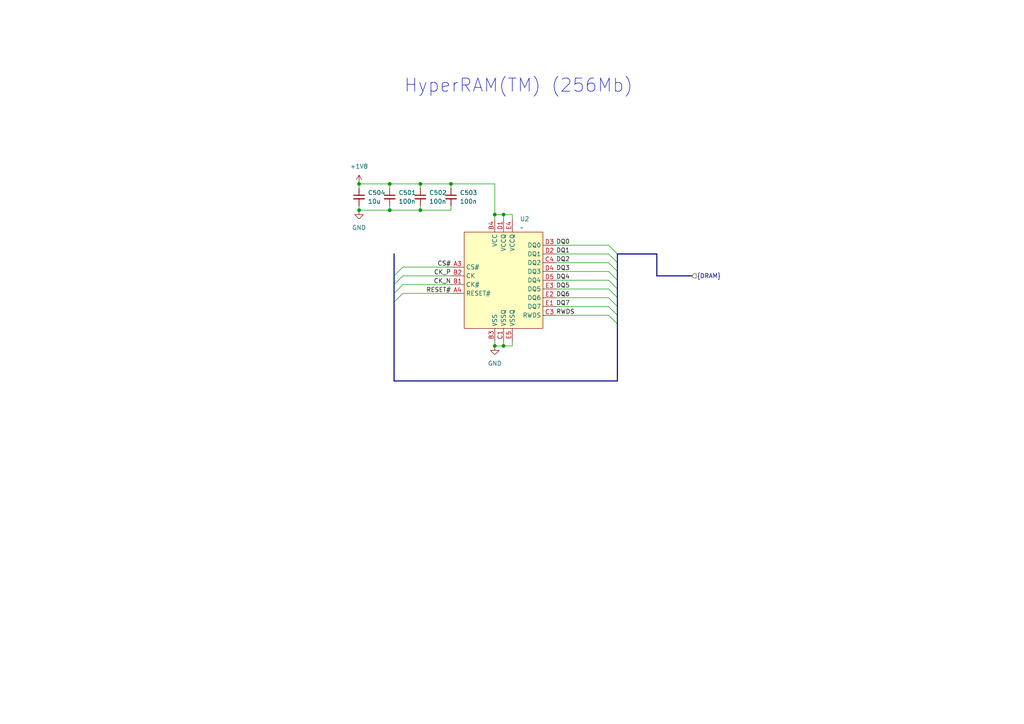
<source format=kicad_sch>
(kicad_sch (version 20231120) (generator "eeschema") (generator_version "8.0")
  (paper "A4")
  (lib_symbols
    (symbol "Device:C_Small" (pin_numbers hide) (pin_names (offset 0.254) hide)
      (property "Reference" "C" (at 0.254 1.778 0))
      (property "Value" "C_Small" (at 0.254 -2.032 0))
      (symbol "C_Small_0_1"
        (polyline (pts (xy -1.524 -0.508) (xy 1.524 -0.508)) (stroke (width 0.3302)))
        (polyline (pts (xy -1.524 0.508) (xy 1.524 0.508)) (stroke (width 0.3048)))
      )
      (symbol "C_Small_1_1"
        (pin passive line (at 0 2.54 270) (length 2.032) (name "~") (number "1"))
        (pin passive line (at 0 -2.54 90) (length 2.032) (name "~") (number "2"))
      )
    )
    (symbol "Memory_RAM_Extra:S80KS2562"
      (property "Reference" "U" (at 8.382 14.986 0))
      (symbol "S80KS2562_0_0"
        (pin no_connect line (at 5.08 -17.78 90) (length 3.81) hide (name "RFU") (number "A2"))
        (pin input line (at -15.24 3.81 0) (length 3.81) (name "CS#") (number "A3"))
        (pin input line (at -15.24 -3.81 0) (length 3.81) (name "RESET#") (number "A4"))
        (pin no_connect line (at 5.08 -17.78 90) (length 3.81) hide (name "RFU") (number "A5"))
        (pin input line (at -15.24 -1.27 0) (length 3.81) (name "CK#") (number "B1"))
        (pin input line (at -15.24 1.27 0) (length 3.81) (name "CK") (number "B2"))
        (pin power_in line (at -2.54 -17.78 90) (length 3.81) (name "VSS") (number "B3"))
        (pin power_in line (at -2.54 17.78 270) (length 3.81) (name "VCC") (number "B4"))
        (pin no_connect line (at 5.08 -17.78 90) (length 3.81) hide (name "RFU") (number "B5"))
        (pin power_in line (at 0 -17.78 90) (length 3.81) (name "VSSQ") (number "C1"))
        (pin no_connect line (at 5.08 -17.78 90) (length 3.81) hide (name "RFU") (number "C2"))
        (pin bidirectional line (at 15.24 -10.16 180) (length 3.81) (name "RWDS") (number "C3"))
        (pin bidirectional line (at 15.24 5.08 180) (length 3.81) (name "DQ2") (number "C4"))
        (pin no_connect line (at 5.08 -17.78 90) (length 3.81) hide (name "RFU") (number "C5"))
        (pin power_in line (at 0 17.78 270) (length 3.81) (name "VCCQ") (number "D1"))
        (pin bidirectional line (at 15.24 7.62 180) (length 3.81) (name "DQ1") (number "D2"))
        (pin bidirectional line (at 15.24 10.16 180) (length 3.81) (name "DQ0") (number "D3"))
        (pin bidirectional line (at 15.24 2.54 180) (length 3.81) (name "DQ3") (number "D4"))
        (pin bidirectional line (at 15.24 0 180) (length 3.81) (name "DQ4") (number "D5"))
        (pin bidirectional line (at 15.24 -7.62 180) (length 3.81) (name "DQ7") (number "E1"))
        (pin bidirectional line (at 15.24 -5.08 180) (length 3.81) (name "DQ6") (number "E2"))
        (pin bidirectional line (at 15.24 -2.54 180) (length 3.81) (name "DQ5") (number "E3"))
        (pin power_in line (at 2.54 17.78 270) (length 3.81) (name "VCCQ") (number "E4"))
        (pin power_in line (at 2.54 -17.78 90) (length 3.81) (name "VSSQ") (number "E5"))
      )
      (symbol "S80KS2562_1_1"
        (rectangle (start -11.43 13.97) (end 11.43 -13.97) (fill (type background)))
      )
    )
    (symbol "power:+1V8" (power) (pin_numbers hide) (pin_names (offset 0) hide)
      (property "Value" "+1V8" (at 0 3.556 0))
      (symbol "+1V8_0_1"
        (polyline (pts (xy -0.762 1.27) (xy 0 2.54)))
        (polyline (pts (xy 0 0) (xy 0 2.54)))
        (polyline (pts (xy 0 2.54) (xy 0.762 1.27)))
      )
      (symbol "+1V8_1_1"
        (pin power_in line (at 0 0 90) (length 0) (name "~") (number "1"))
      )
    )
    (symbol "power:GND" (power) (pin_numbers hide) (pin_names (offset 0) hide)
      (property "Value" "GND" (at 0 -3.81 0))
      (symbol "GND_0_1"
        (polyline (pts (xy 0 0) (xy 0 -1.27) (xy 1.27 -1.27) (xy 0 -2.54) (xy -1.27 -1.27) (xy 0 -1.27)))
      )
      (symbol "GND_1_1"
        (pin power_in line (at 0 0 270) (length 0) (name "~") (number "1"))
      )
    )
  )
  (bus_alias "DRAM" (members "DQ0" "DQ1" "DQ2" "DQ3" "DQ4" "DQ5" "DQ6" "DQ7" "CS#" "CK_P" "CK_N" "RESET#" "RWDS"))
  (junction (at 121.92 53.34))
  (junction (at 146.05 100.33))
  (junction (at 146.05 62.23))
  (junction (at 143.51 62.23))
  (junction (at 121.92 60.96))
  (junction (at 104.14 60.96))
  (junction (at 113.03 60.96))
  (junction (at 130.81 53.34))
  (junction (at 113.03 53.34))
  (junction (at 104.14 53.34))
  (junction (at 143.51 100.33))
  (bus_entry (at 114.3 87.63) (size 2.54 -2.54))
  (bus_entry (at 179.07 93.98) (size -2.54 -2.54))
  (bus_entry (at 176.53 76.2) (size 2.54 2.54))
  (bus_entry (at 114.3 85.09) (size 2.54 -2.54))
  (bus_entry (at 176.53 88.9) (size 2.54 2.54))
  (bus_entry (at 176.53 78.74) (size 2.54 2.54))
  (bus_entry (at 114.3 80.01) (size 2.54 -2.54))
  (bus_entry (at 176.53 81.28) (size 2.54 2.54))
  (bus_entry (at 176.53 86.36) (size 2.54 2.54))
  (bus_entry (at 179.07 76.2) (size -2.54 -2.54))
  (bus_entry (at 179.07 73.66) (size -2.54 -2.54))
  (bus_entry (at 114.3 82.55) (size 2.54 -2.54))
  (bus_entry (at 176.53 83.82) (size 2.54 2.54))
  (bus (pts (xy 179.07 78.74) (xy 179.07 76.2)))
  (bus (pts (xy 114.3 110.49) (xy 179.07 110.49)))
  (wire (pts (xy 104.14 53.34) (xy 113.03 53.34)))
  (wire (pts (xy 130.81 60.96) (xy 121.92 60.96)))
  (wire (pts (xy 130.81 53.34) (xy 143.51 53.34)))
  (wire (pts (xy 161.29 91.44) (xy 176.53 91.44)))
  (wire (pts (xy 113.03 53.34) (xy 113.03 54.61)))
  (wire (pts (xy 161.29 86.36) (xy 176.53 86.36)))
  (wire (pts (xy 161.29 81.28) (xy 176.53 81.28)))
  (bus (pts (xy 179.07 91.44) (xy 179.07 93.98)))
  (wire (pts (xy 161.29 71.12) (xy 176.53 71.12)))
  (wire (pts (xy 116.84 85.09) (xy 130.81 85.09)))
  (wire (pts (xy 121.92 59.69) (xy 121.92 60.96)))
  (wire (pts (xy 104.14 59.69) (xy 104.14 60.96)))
  (wire (pts (xy 143.51 99.06) (xy 143.51 100.33)))
  (wire (pts (xy 161.29 78.74) (xy 176.53 78.74)))
  (wire (pts (xy 113.03 59.69) (xy 113.03 60.96)))
  (wire (pts (xy 148.59 62.23) (xy 148.59 63.5)))
  (wire (pts (xy 148.59 100.33) (xy 146.05 100.33)))
  (bus (pts (xy 179.07 83.82) (xy 179.07 81.28)))
  (bus (pts (xy 114.3 82.55) (xy 114.3 85.09)))
  (bus (pts (xy 179.07 73.66) (xy 190.5 73.66)))
  (wire (pts (xy 116.84 82.55) (xy 130.81 82.55)))
  (wire (pts (xy 121.92 53.34) (xy 121.92 54.61)))
  (wire (pts (xy 121.92 60.96) (xy 113.03 60.96)))
  (bus (pts (xy 179.07 91.44) (xy 179.07 88.9)))
  (wire (pts (xy 146.05 99.06) (xy 146.05 100.33)))
  (wire (pts (xy 130.81 59.69) (xy 130.81 60.96)))
  (wire (pts (xy 161.29 83.82) (xy 176.53 83.82)))
  (wire (pts (xy 130.81 53.34) (xy 130.81 54.61)))
  (bus (pts (xy 179.07 88.9) (xy 179.07 86.36)))
  (bus (pts (xy 114.3 85.09) (xy 114.3 87.63)))
  (wire (pts (xy 104.14 53.34) (xy 104.14 54.61)))
  (wire (pts (xy 146.05 100.33) (xy 143.51 100.33)))
  (bus (pts (xy 179.07 86.36) (xy 179.07 83.82)))
  (wire (pts (xy 130.81 53.34) (xy 121.92 53.34)))
  (wire (pts (xy 148.59 62.23) (xy 146.05 62.23)))
  (bus (pts (xy 114.3 73.66) (xy 114.3 80.01)))
  (bus (pts (xy 190.5 80.01) (xy 200.66 80.01)))
  (wire (pts (xy 116.84 77.47) (xy 130.81 77.47)))
  (bus (pts (xy 179.07 81.28) (xy 179.07 78.74)))
  (bus (pts (xy 114.3 80.01) (xy 114.3 82.55)))
  (wire (pts (xy 143.51 62.23) (xy 143.51 63.5)))
  (bus (pts (xy 190.5 73.66) (xy 190.5 80.01)))
  (bus (pts (xy 179.07 93.98) (xy 179.07 110.49)))
  (wire (pts (xy 143.51 53.34) (xy 143.51 62.23)))
  (bus (pts (xy 114.3 87.63) (xy 114.3 110.49)))
  (wire (pts (xy 148.59 99.06) (xy 148.59 100.33)))
  (bus (pts (xy 179.07 76.2) (xy 179.07 73.66)))
  (wire (pts (xy 116.84 80.01) (xy 130.81 80.01)))
  (wire (pts (xy 146.05 62.23) (xy 143.51 62.23)))
  (wire (pts (xy 146.05 62.23) (xy 146.05 63.5)))
  (wire (pts (xy 121.92 53.34) (xy 113.03 53.34)))
  (wire (pts (xy 161.29 73.66) (xy 176.53 73.66)))
  (wire (pts (xy 161.29 88.9) (xy 176.53 88.9)))
  (wire (pts (xy 104.14 60.96) (xy 113.03 60.96)))
  (wire (pts (xy 161.29 76.2) (xy 176.53 76.2)))
  (text "HyperRAM(TM) (256Mb)" (at 117.094 27.178 0) (effects (font (size 3.81 3.81)) (justify left bottom)))
  (label "DQ1" (at 161.29 73.66 0))
  (label "CK_P" (at 130.81 80.01 180))
  (label "RWDS" (at 161.29 91.44 0))
  (label "DQ4" (at 161.29 81.28 0))
  (label "DQ7" (at 161.29 88.9 0))
  (label "DQ0" (at 161.29 71.12 0))
  (label "RESET#" (at 130.81 85.09 180))
  (label "DQ3" (at 161.29 78.74 0))
  (label "DQ6" (at 161.29 86.36 0))
  (label "CK_N" (at 130.81 82.55 180))
  (label "DQ5" (at 161.29 83.82 0))
  (label "DQ2" (at 161.29 76.2 0))
  (label "CS#" (at 130.81 77.47 180))
  (hierarchical_label "{DRAM}" (shape input) (at 200.66 80.01 0))
  (symbol (lib_id "power:GND") (at 104.14 60.96 0) (mirror y) (unit 1)
    (property "Reference" "#PWR0502" (effects (hide yes)))
    (property "Value" "GND" (at 104.14 66.04 0))
    (property "Description" "Power symbol creates a global label with name \"GND\" , ground" (effects (hide yes)))
  )
  (symbol (lib_id "Device:C_Small") (at 121.92 57.15 0) (unit 1)
    (property "Reference" "C502" (at 124.46 55.8862 0) (effects (justify left)))
    (property "Value" "100n" (at 124.46 58.4262 0) (effects (justify left)))
    (property "Footprint" "Capacitor_SMD:C_0402_1005Metric" (effects (hide yes)))
    (property "Description" "Unpolarized capacitor, small symbol" (effects (hide yes)))
  )
  (symbol (lib_id "power:GND") (at 143.51 100.33 0) (unit 1)
    (property "Reference" "#PWR0503" (effects (hide yes)))
    (property "Value" "GND" (at 143.51 105.41 0))
    (property "Description" "Power symbol creates a global label with name \"GND\" , ground" (effects (hide yes)))
  )
  (symbol (lib_id "Memory_RAM_Extra:S80KS2562") (at 146.05 81.28 0) (unit 1)
    (property "Reference" "U2" (at 150.7841 63.5 0) (effects (justify left)))
    (property "Value" "~" (at 150.7841 66.04 0) (effects (justify left)))
    (property "Footprint" "Package_BGA_Extra:FBGA-25_8x6mm_Layout5x5_P1mm" (effects (hide yes)))
  )
  (symbol (lib_id "Device:C_Small") (at 104.14 57.15 0) (unit 1)
    (property "Reference" "C504" (at 106.68 55.8862 0) (effects (justify left)))
    (property "Value" "10u" (at 106.68 58.4262 0) (effects (justify left)))
    (property "Footprint" "Capacitor_SMD:C_0402_1005Metric" (effects (hide yes)))
    (property "Description" "Unpolarized capacitor, small symbol" (effects (hide yes)))
  )
  (symbol (lib_id "Device:C_Small") (at 113.03 57.15 0) (unit 1)
    (property "Reference" "C501" (at 115.57 55.8862 0) (effects (justify left)))
    (property "Value" "100n" (at 115.57 58.4262 0) (effects (justify left)))
    (property "Footprint" "Capacitor_SMD:C_0402_1005Metric" (effects (hide yes)))
    (property "Description" "Unpolarized capacitor, small symbol" (effects (hide yes)))
  )
  (symbol (lib_id "power:+1V8") (at 104.14 53.34 0) (unit 1)
    (property "Reference" "#PWR01" (effects (hide yes)))
    (property "Value" "+1V8" (at 104.14 48.26 0))
    (property "Description" "Power symbol creates a global label with name \"+1V8\"" (effects (hide yes)))
  )
  (symbol (lib_id "Device:C_Small") (at 130.81 57.15 0) (unit 1)
    (property "Reference" "C503" (at 133.35 55.8862 0) (effects (justify left)))
    (property "Value" "100n" (at 133.35 58.4262 0) (effects (justify left)))
    (property "Footprint" "Capacitor_SMD:C_0402_1005Metric" (effects (hide yes)))
    (property "Description" "Unpolarized capacitor, small symbol" (effects (hide yes)))
  )
)
</source>
